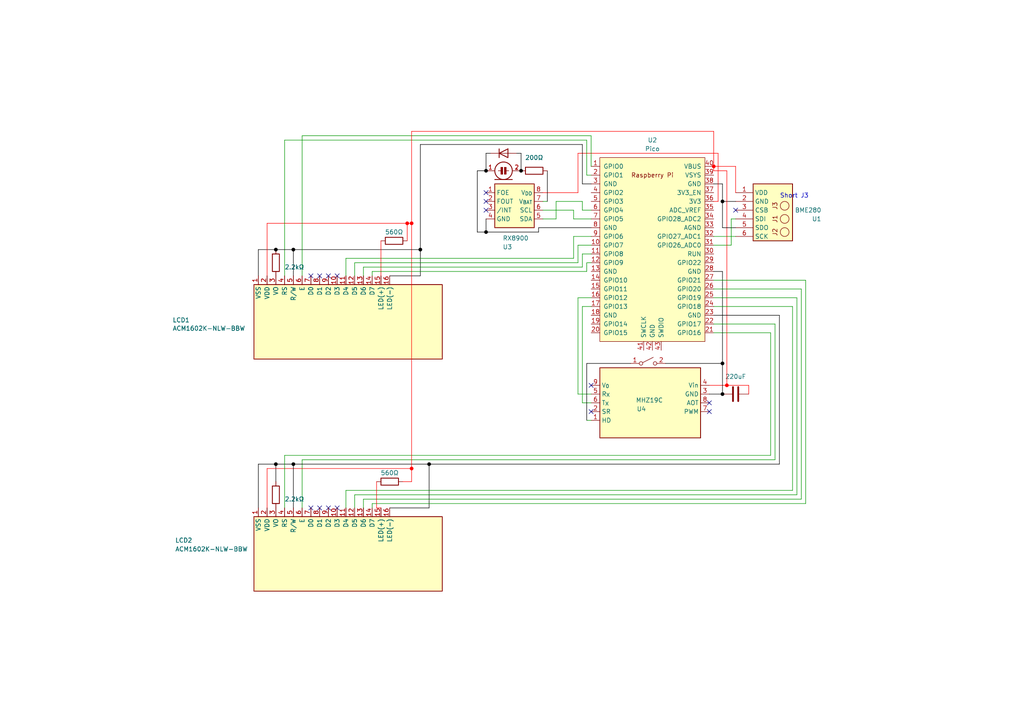
<source format=kicad_sch>
(kicad_sch (version 20231120) (generator "eeschema") (generator_version "8.0")
  (paper "A4")
  (title_block (title "IndoorMultiSensor") (date "2024-09-15") (rev "1.0.0"))
  (lib_symbols
    (symbol "Device:C" (pin_numbers hide) (pin_names (offset 0.254))
      (property "Reference" "C" (at 0.635 2.54 0))
      (property "Value" "C" (at 0.635 -2.54 0))
      (symbol "C_0_1"
        (polyline (pts (xy -2.032 -0.762) (xy 2.032 -0.762)) (stroke (width 0.508)))
        (polyline (pts (xy -2.032 0.762) (xy 2.032 0.762)) (stroke (width 0.508)))
      )
      (symbol "C_1_1"
        (pin passive line (at 0 3.81 270) (length 2.794) (name "~") (number "1"))
        (pin passive line (at 0 -3.81 90) (length 2.794) (name "~") (number "2"))
      )
    )
    (symbol "Device:Microphone_Condenser" (pin_names (offset 0.0254) hide)
      (property "Reference" "MK" (at -3.302 1.27 0))
      (property "Value" "Microphone_Condenser" (at -3.302 -0.635 0))
      (symbol "Microphone_Condenser_0_1"
        (polyline (pts (xy -2.54 2.54) (xy -2.54 -2.54)) (stroke (width 0.254)))
        (polyline (pts (xy 0 -0.762) (xy 0 -1.524)))
        (polyline (pts (xy 0 0.762) (xy 0 1.524)))
        (polyline (pts (xy 0.254 3.81) (xy 0.762 3.81)))
        (polyline (pts (xy 0.508 4.064) (xy 0.508 3.556)))
        (circle (center 0 0) (radius 2.54) (stroke (width 0.254)))
        (rectangle (start 1.016 -0.254) (end -1.016 -0.762) (fill (type outline)))
        (rectangle (start 1.016 0.762) (end -1.016 0.254) (fill (type outline)))
      )
      (symbol "Microphone_Condenser_1_1"
        (pin passive line (at 0 -5.08 90) (length 2.54) (name "-") (number "1"))
        (pin passive line (at 0 5.08 270) (length 2.54) (name "+") (number "2"))
      )
    )
    (symbol "Device:R" (pin_numbers hide) (pin_names (offset 0))
      (property "Reference" "R" (at 2.032 0 90))
      (property "Value" "R" (at 0 0 90))
      (symbol "R_0_1"
        (rectangle (start -1.016 -2.54) (end 1.016 2.54) (stroke (width 0.254)))
      )
      (symbol "R_1_1"
        (pin passive line (at 0 3.81 270) (length 1.27) (name "~") (number "1"))
        (pin passive line (at 0 -3.81 90) (length 1.27) (name "~") (number "2"))
      )
    )
    (symbol "Diode:1N4148WT" (pin_numbers hide) (pin_names hide)
      (property "Reference" "D" (at 0 2.54 0))
      (property "Value" "1N4148WT" (at 0 -2.54 0))
      (symbol "1N4148WT_0_1"
        (polyline (pts (xy -1.27 1.27) (xy -1.27 -1.27)) (stroke (width 0.254)))
        (polyline (pts (xy 1.27 0) (xy -1.27 0)))
        (polyline (pts (xy 1.27 1.27) (xy 1.27 -1.27) (xy -1.27 0) (xy 1.27 1.27)) (stroke (width 0.254)))
      )
      (symbol "1N4148WT_1_1"
        (pin passive line (at -3.81 0 0) (length 2.54) (name "K") (number "1"))
        (pin passive line (at 3.81 0 180) (length 2.54) (name "A") (number "2"))
      )
    )
    (symbol "Display_Character:WC1602A"
      (property "Reference" "16×2行" (at 2.794 -0.762 90))
      (property "Value" "ACM1602K-NLW-BBW" (at 5.334 -0.762 90))
      (symbol "WC1602A_1_1"
        (rectangle (start -7.62 36.83) (end 13.97 -17.78) (stroke (width 0.254)) (fill (type background)))
        (pin power_in line (at -10.16 -16.51 0) (length 2.54) (name "VSS") (number "1"))
        (pin input line (at -10.16 6.35 0) (length 2.54) (name "D3") (number "10"))
        (pin input line (at -10.16 8.89 0) (length 2.54) (name "D4") (number "11"))
        (pin input line (at -10.16 11.43 0) (length 2.54) (name "D5") (number "12"))
        (pin input line (at -10.16 13.97 0) (length 2.54) (name "D6") (number "13"))
        (pin input line (at -10.16 16.51 0) (length 2.54) (name "D7") (number "14"))
        (pin power_in line (at -10.16 19.05 0) (length 2.54) (name "LED(+)") (number "15"))
        (pin power_in line (at -10.16 21.59 0) (length 2.54) (name "LED(-)") (number "16"))
        (pin power_in line (at -10.16 -13.97 0) (length 2.54) (name "VDD") (number "2"))
        (pin input line (at -10.16 -11.43 0) (length 2.54) (name "VO") (number "3"))
        (pin input line (at -10.16 -8.89 0) (length 2.54) (name "RS") (number "4"))
        (pin input line (at -10.16 -6.35 0) (length 2.54) (name "R/W") (number "5"))
        (pin input line (at -10.16 -3.81 0) (length 2.54) (name "E") (number "6"))
        (pin input line (at -10.16 -1.27 0) (length 2.54) (name "D0") (number "7"))
        (pin input line (at -10.16 1.27 0) (length 2.54) (name "D1") (number "8"))
        (pin input line (at -10.16 3.81 0) (length 2.54) (name "D2") (number "9"))
      )
    )
    (symbol "RPi_Pico:Pico" (pin_names (offset 1.016))
      (property "Reference" "U" (at -13.97 27.94 0))
      (property "Value" "Pico" (at 0 19.05 0))
      (symbol "Pico_0_0"
        (text "Raspberry Pi" (at 0 21.59 0) (effects (font (size 1.27 1.27))))
      )
      (symbol "Pico_0_1"
        (rectangle (start -15.24 26.67) (end 15.24 -26.67) (fill (type background)))
      )
      (symbol "Pico_1_1"
        (pin bidirectional line (at -17.78 24.13 0) (length 2.54) (name "GPIO0") (number "1"))
        (pin bidirectional line (at -17.78 1.27 0) (length 2.54) (name "GPIO7") (number "10"))
        (pin bidirectional line (at -17.78 -1.27 0) (length 2.54) (name "GPIO8") (number "11"))
        (pin bidirectional line (at -17.78 -3.81 0) (length 2.54) (name "GPIO9") (number "12"))
        (pin power_in line (at -17.78 -6.35 0) (length 2.54) (name "GND") (number "13"))
        (pin bidirectional line (at -17.78 -8.89 0) (length 2.54) (name "GPIO10") (number "14"))
        (pin bidirectional line (at -17.78 -11.43 0) (length 2.54) (name "GPIO11") (number "15"))
        (pin bidirectional line (at -17.78 -13.97 0) (length 2.54) (name "GPIO12") (number "16"))
        (pin bidirectional line (at -17.78 -16.51 0) (length 2.54) (name "GPIO13") (number "17"))
        (pin power_in line (at -17.78 -19.05 0) (length 2.54) (name "GND") (number "18"))
        (pin bidirectional line (at -17.78 -21.59 0) (length 2.54) (name "GPIO14") (number "19"))
        (pin bidirectional line (at -17.78 21.59 0) (length 2.54) (name "GPIO1") (number "2"))
        (pin bidirectional line (at -17.78 -24.13 0) (length 2.54) (name "GPIO15") (number "20"))
        (pin bidirectional line (at 17.78 -24.13 180) (length 2.54) (name "GPIO16") (number "21"))
        (pin bidirectional line (at 17.78 -21.59 180) (length 2.54) (name "GPIO17") (number "22"))
        (pin power_in line (at 17.78 -19.05 180) (length 2.54) (name "GND") (number "23"))
        (pin bidirectional line (at 17.78 -16.51 180) (length 2.54) (name "GPIO18") (number "24"))
        (pin bidirectional line (at 17.78 -13.97 180) (length 2.54) (name "GPIO19") (number "25"))
        (pin bidirectional line (at 17.78 -11.43 180) (length 2.54) (name "GPIO20") (number "26"))
        (pin bidirectional line (at 17.78 -8.89 180) (length 2.54) (name "GPIO21") (number "27"))
        (pin power_in line (at 17.78 -6.35 180) (length 2.54) (name "GND") (number "28"))
        (pin bidirectional line (at 17.78 -3.81 180) (length 2.54) (name "GPIO22") (number "29"))
        (pin power_in line (at -17.78 19.05 0) (length 2.54) (name "GND") (number "3"))
        (pin input line (at 17.78 -1.27 180) (length 2.54) (name "RUN") (number "30"))
        (pin bidirectional line (at 17.78 1.27 180) (length 2.54) (name "GPIO26_ADC0") (number "31"))
        (pin bidirectional line (at 17.78 3.81 180) (length 2.54) (name "GPIO27_ADC1") (number "32"))
        (pin power_in line (at 17.78 6.35 180) (length 2.54) (name "AGND") (number "33"))
        (pin bidirectional line (at 17.78 8.89 180) (length 2.54) (name "GPIO28_ADC2") (number "34"))
        (pin unspecified line (at 17.78 11.43 180) (length 2.54) (name "ADC_VREF") (number "35"))
        (pin unspecified line (at 17.78 13.97 180) (length 2.54) (name "3V3") (number "36"))
        (pin input line (at 17.78 16.51 180) (length 2.54) (name "3V3_EN") (number "37"))
        (pin bidirectional line (at 17.78 19.05 180) (length 2.54) (name "GND") (number "38"))
        (pin unspecified line (at 17.78 21.59 180) (length 2.54) (name "VSYS") (number "39"))
        (pin bidirectional line (at -17.78 16.51 0) (length 2.54) (name "GPIO2") (number "4"))
        (pin unspecified line (at 17.78 24.13 180) (length 2.54) (name "VBUS") (number "40"))
        (pin input line (at -2.54 -29.21 90) (length 2.54) (name "SWCLK") (number "41"))
        (pin power_in line (at 0 -29.21 90) (length 2.54) (name "GND") (number "42"))
        (pin bidirectional line (at 2.54 -29.21 90) (length 2.54) (name "SWDIO") (number "43"))
        (pin bidirectional line (at -17.78 13.97 0) (length 2.54) (name "GPIO3") (number "5"))
        (pin bidirectional line (at -17.78 11.43 0) (length 2.54) (name "GPIO4") (number "6"))
        (pin bidirectional line (at -17.78 8.89 0) (length 2.54) (name "GPIO5") (number "7"))
        (pin power_in line (at -17.78 6.35 0) (length 2.54) (name "GND") (number "8"))
        (pin bidirectional line (at -17.78 3.81 0) (length 2.54) (name "GPIO6") (number "9"))
      )
    )
    (symbol "RX8901CE_1"
      (property "Reference" "U4" (at 1.778 0.508 90))
      (property "Value" "MHZ19C" (at -0.762 0.254 90))
      (symbol "RX8901CE_1_0_1"
        (rectangle (start -10.16 19.05) (end 10.16 -10.16) (stroke (width 0.254)) (fill (type background)))
      )
      (symbol "RX8901CE_1_1_1"
        (pin input line (at 5.08 -12.7 90) (length 2.54) (name "HD") (number "1"))
        (pin input line (at 2.54 -12.7 90) (length 2.54) (name "SR") (number "2"))
        (pin power_in line (at -2.54 21.59 270) (length 2.54) (name "GND") (number "3"))
        (pin power_in line (at -5.08 21.59 270) (length 2.54) (name "Vin") (number "4"))
        (pin bidirectional line (at -2.54 -12.7 90) (length 2.54) (name "R_{X}") (number "5"))
        (pin input line (at 0 -12.7 90) (length 2.54) (name "T_{X}") (number "6"))
        (pin input line (at 2.54 21.59 270) (length 2.54) (name "PWM") (number "7"))
        (pin input line (at 0 21.59 270) (length 2.54) (name "AOT") (number "8"))
        (pin power_out line (at -5.08 -12.7 90) (length 2.54) (name "V_{0}") (number "9"))
      )
    )
    (symbol "Sensor:BME280"
      (property "Reference" "U1" (at 3.048 10.668 0))
      (property "Value" "BME280" (at 3.048 8.128 0))
      (symbol "BME280_0_1"
        (rectangle (start -8.89 6.35) (end 7.62 -5.08) (stroke (width 0.254)) (fill (type background)))
        (circle (center -2.54 4.064) (radius 1.27))
        (circle (center 1.27 4.064) (radius 1.27))
        (circle (center 5.08 4.064) (radius 1.27))
      )
      (symbol "BME280_1_1"
        (text "J1" (at 1.27 1.27 0) (effects (font (size 1.27 1.27))))
        (text "J2" (at 5.08 1.27 0) (effects (font (size 1.27 1.27))))
        (text "J3" (at -2.54 1.27 0) (effects (font (size 1.27 1.27))))
        (pin power_in line (at -6.35 -10.16 90) (length 5.08) (name "VDD") (number "1"))
        (pin power_in line (at -3.81 -10.16 90) (length 5.08) (name "GND") (number "2"))
        (pin input line (at -1.27 -10.16 90) (length 5.08) (name "CSB") (number "3"))
        (pin bidirectional line (at 1.27 -10.16 90) (length 5.08) (name "SDI") (number "4"))
        (pin bidirectional line (at 3.81 -10.16 90) (length 5.08) (name "SDO") (number "5"))
        (pin input line (at 6.35 -10.16 90) (length 5.08) (name "SCK") (number "6"))
      )
    )
    (symbol "Switch:SW_DPST_x2" (pin_names (offset 0) hide)
      (property "Reference" "SW" (at 0 3.175 0))
      (property "Value" "SW_DPST_x2" (at 0 -2.54 0))
      (symbol "SW_DPST_x2_0_0"
        (circle (center -2.032 0) (radius 0.508))
        (polyline (pts (xy -1.524 0.254) (xy 1.524 1.778)))
        (circle (center 2.032 0) (radius 0.508))
      )
      (symbol "SW_DPST_x2_1_1"
        (pin passive line (at -5.08 0 0) (length 2.54) (name "A") (number "1"))
        (pin passive line (at 5.08 0 180) (length 2.54) (name "B") (number "2"))
      )
      (symbol "SW_DPST_x2_2_1"
        (pin passive line (at -5.08 0 0) (length 2.54) (name "A") (number "3"))
        (pin passive line (at 5.08 0 180) (length 2.54) (name "B") (number "4"))
      )
    )
    (symbol "Timer_RTC:RX8901CE"
      (property "Reference" "U3" (at 11.938 -4.064 90))
      (property "Value" "RX8900" (at 9.398 -4.064 90))
      (symbol "RX8901CE_0_1"
        (rectangle (start -6.35 5.08) (end 6.35 -6.35) (stroke (width 0.254)) (fill (type background)))
      )
      (symbol "RX8901CE_1_1"
        (pin input line (at -3.81 -8.89 90) (length 2.54) (name "FOE") (number "1"))
        (pin output line (at -1.27 -8.89 90) (length 2.54) (name "FOUT") (number "2"))
        (pin output line (at 1.27 -8.89 90) (length 2.54) (name "/INT") (number "3"))
        (pin power_in line (at 3.81 -8.89 90) (length 2.54) (name "GND") (number "4"))
        (pin bidirectional line (at 3.81 7.62 270) (length 2.54) (name "SDA") (number "5"))
        (pin input line (at 1.27 7.62 270) (length 2.54) (name "SCL") (number "6"))
        (pin power_in line (at -1.27 7.62 270) (length 2.54) (name "V_{BAT}") (number "7"))
        (pin power_in line (at -3.81 7.62 270) (length 2.54) (name "V_{DD}") (number "8"))
      )
    )
    (symbol "WC1602A_1"
      (property "Reference" "LCD1" (at 3.81 0 90))
      (property "Value" "ACM1602K-NLW-BBW" (at 6.2231 0 90))
      (symbol "WC1602A_1_1_1"
        (rectangle (start -7.62 36.83) (end 13.97 -17.78) (stroke (width 0.254)) (fill (type background)))
        (pin power_in line (at -10.16 -16.51 0) (length 2.54) (name "VSS") (number "1"))
        (pin input line (at -10.16 6.35 0) (length 2.54) (name "D3") (number "10"))
        (pin input line (at -10.16 8.89 0) (length 2.54) (name "D4") (number "11"))
        (pin input line (at -10.16 11.43 0) (length 2.54) (name "D5") (number "12"))
        (pin input line (at -10.16 13.97 0) (length 2.54) (name "D6") (number "13"))
        (pin input line (at -10.16 16.51 0) (length 2.54) (name "D7") (number "14"))
        (pin power_in line (at -10.16 19.05 0) (length 2.54) (name "LED(+)") (number "15"))
        (pin power_in line (at -10.16 21.59 0) (length 2.54) (name "LED(-)") (number "16"))
        (pin power_in line (at -10.16 -13.97 0) (length 2.54) (name "VDD") (number "2"))
        (pin input line (at -10.16 -11.43 0) (length 2.54) (name "VO") (number "3"))
        (pin input line (at -10.16 -8.89 0) (length 2.54) (name "RS") (number "4"))
        (pin input line (at -10.16 -6.35 0) (length 2.54) (name "R/W") (number "5"))
        (pin input line (at -10.16 -3.81 0) (length 2.54) (name "E") (number "6"))
        (pin input line (at -10.16 -1.27 0) (length 2.54) (name "D0") (number "7"))
        (pin input line (at -10.16 1.27 0) (length 2.54) (name "D1") (number "8"))
        (pin input line (at -10.16 3.81 0) (length 2.54) (name "D2") (number "9"))
      )
    )
  )
  (junction (at 119.38 64.77) (color 255 0 0 1))
  (junction (at 140.97 67.31) (color 0 0 0 1))
  (junction (at 119.38 135.89) (color 255 0 0 1))
  (junction (at 85.09 134.62) (color 0 0 0 1))
  (junction (at 209.55 105.41) (color 0 0 0 1))
  (junction (at 209.55 58.42) (color 0 0 0 1))
  (junction (at 207.01 48.26) (color 255 0 0 1))
  (junction (at 80.01 72.39) (color 0 0 0 1))
  (junction (at 151.13 49.53) (color 0 0 0 1))
  (junction (at 210.82 111.76) (color 255 0 0 1))
  (junction (at 121.92 72.39) (color 0 0 0 1))
  (junction (at 209.55 114.3) (color 0 0 0 1))
  (junction (at 140.97 49.53) (color 0 0 0 1))
  (junction (at 118.11 64.77) (color 255 0 0 1))
  (junction (at 124.46 134.62) (color 0 0 0 1))
  (junction (at 85.09 72.39) (color 0 0 0 1))
  (junction (at 80.01 134.62) (color 0 0 0 1))
  (no_connect (at 97.79 80.01))
  (no_connect (at 213.36 60.96))
  (no_connect (at 205.74 119.38))
  (no_connect (at 140.97 58.42))
  (no_connect (at 95.25 147.32))
  (no_connect (at 97.79 147.32))
  (no_connect (at 140.97 55.88))
  (no_connect (at 92.71 147.32))
  (no_connect (at 92.71 80.01))
  (no_connect (at 95.25 80.01))
  (no_connect (at 205.74 116.84))
  (no_connect (at 171.45 111.76))
  (no_connect (at 171.45 119.38))
  (no_connect (at 140.97 60.96))
  (no_connect (at 90.17 80.01))
  (no_connect (at 90.17 147.32))
  (wire (pts (xy 207.01 38.1) (xy 207.01 48.26)) (stroke (width 0) (color 255 0 0 1)))
  (wire (pts (xy 207.01 86.36) (xy 231.14 86.36)))
  (wire (pts (xy 107.95 146.05) (xy 107.95 147.32)))
  (wire (pts (xy 171.45 114.3) (xy 167.64 114.3)))
  (wire (pts (xy 109.22 147.32) (xy 109.22 139.7)) (stroke (width 0) (color 255 0 0 1)))
  (wire (pts (xy 167.64 71.12) (xy 171.45 71.12)))
  (wire (pts (xy 171.45 86.36) (xy 167.64 86.36)))
  (wire (pts (xy 232.41 144.78) (xy 232.41 83.82)))
  (wire (pts (xy 140.97 67.31) (xy 156.21 67.31)) (stroke (width 0) (color 0 0 0 1)))
  (wire (pts (xy 118.11 64.77) (xy 118.11 69.85)) (stroke (width 0) (color 255 0 0 1)))
  (wire (pts (xy 168.91 58.42) (xy 168.91 60.96)))
  (wire (pts (xy 170.18 50.8) (xy 171.45 50.8)))
  (wire (pts (xy 207.01 81.28) (xy 233.68 81.28)))
  (wire (pts (xy 207.01 58.42) (xy 208.28 58.42)) (stroke (width 0) (color 255 0 0 1)))
  (wire (pts (xy 157.48 63.5) (xy 161.29 63.5)))
  (wire (pts (xy 161.29 58.42) (xy 168.91 58.42)))
  (wire (pts (xy 212.09 63.5) (xy 213.36 63.5)))
  (wire (pts (xy 87.63 39.37) (xy 87.63 80.01)))
  (wire (pts (xy 168.91 73.66) (xy 171.45 73.66)))
  (wire (pts (xy 157.48 60.96) (xy 166.37 60.96)))
  (wire (pts (xy 207.01 93.98) (xy 224.79 93.98)))
  (wire (pts (xy 74.93 72.39) (xy 74.93 80.01)) (stroke (width 0) (color 0 0 0 1)))
  (wire (pts (xy 105.41 147.32) (xy 105.41 144.78)))
  (wire (pts (xy 205.74 111.76) (xy 210.82 111.76)) (stroke (width 0) (color 255 0 0 1)))
  (wire (pts (xy 167.64 86.36) (xy 167.64 114.3)))
  (wire (pts (xy 167.64 44.45) (xy 208.28 44.45)) (stroke (width 0) (color 255 0 0 1)))
  (wire (pts (xy 168.91 77.47) (xy 168.91 73.66)))
  (wire (pts (xy 100.33 80.01) (xy 100.33 74.93)))
  (wire (pts (xy 105.41 77.47) (xy 168.91 77.47)))
  (wire (pts (xy 151.13 44.45) (xy 151.13 49.53)) (stroke (width 0) (color 0 0 0 1)))
  (wire (pts (xy 105.41 80.01) (xy 105.41 77.47)))
  (wire (pts (xy 170.18 121.92) (xy 170.18 105.41)) (stroke (width 0) (color 0 0 0 1)))
  (wire (pts (xy 170.18 78.74) (xy 170.18 76.2)))
  (wire (pts (xy 158.75 58.42) (xy 157.48 58.42)))
  (wire (pts (xy 224.79 133.35) (xy 224.79 93.98)))
  (wire (pts (xy 167.64 55.88) (xy 157.48 55.88)) (stroke (width 0) (color 255 0 0 1)))
  (wire (pts (xy 213.36 55.88) (xy 213.36 48.26)) (stroke (width 0) (color 255 0 0 1)))
  (wire (pts (xy 170.18 40.64) (xy 82.55 40.64)))
  (wire (pts (xy 102.87 76.2) (xy 167.64 76.2)))
  (wire (pts (xy 210.82 111.76) (xy 217.17 111.76)) (stroke (width 0) (color 255 0 0 1)))
  (wire (pts (xy 156.21 67.31) (xy 156.21 66.04)) (stroke (width 0) (color 0 0 0 1)))
  (wire (pts (xy 170.18 105.41) (xy 182.88 105.41)) (stroke (width 0) (color 0 0 0 1)))
  (wire (pts (xy 100.33 142.24) (xy 229.87 142.24)))
  (wire (pts (xy 207.01 68.58) (xy 213.36 68.58)))
  (wire (pts (xy 223.52 132.08) (xy 223.52 96.52)))
  (wire (pts (xy 74.93 72.39) (xy 80.01 72.39)) (stroke (width 0) (color 0 0 0 1)))
  (wire (pts (xy 74.93 134.62) (xy 80.01 134.62)) (stroke (width 0) (color 0 0 0 1)))
  (wire (pts (xy 80.01 134.62) (xy 80.01 139.7)) (stroke (width 0) (color 0 0 0 1)))
  (wire (pts (xy 166.37 74.93) (xy 166.37 68.58)))
  (wire (pts (xy 85.09 134.62) (xy 85.09 147.32)) (stroke (width 0) (color 0 0 0 1)))
  (wire (pts (xy 207.01 71.12) (xy 212.09 71.12)))
  (wire (pts (xy 110.49 69.85) (xy 110.49 80.01)) (stroke (width 0) (color 255 0 0 1)))
  (wire (pts (xy 158.75 49.53) (xy 158.75 58.42)) (stroke (width 0) (color 0 0 0 1)))
  (wire (pts (xy 124.46 147.32) (xy 113.03 147.32)) (stroke (width 0) (color 0 0 0 1)))
  (wire (pts (xy 207.01 48.26) (xy 213.36 48.26)) (stroke (width 0) (color 255 0 0 1)))
  (wire (pts (xy 193.04 105.41) (xy 209.55 105.41)) (stroke (width 0) (color 0 0 0 1)))
  (wire (pts (xy 209.55 105.41) (xy 209.55 114.3)) (stroke (width 0) (color 0 0 0 1)))
  (wire (pts (xy 107.95 78.74) (xy 170.18 78.74)))
  (wire (pts (xy 207.01 83.82) (xy 232.41 83.82)))
  (wire (pts (xy 170.18 121.92) (xy 171.45 121.92)))
  (wire (pts (xy 121.92 80.01) (xy 113.03 80.01)) (stroke (width 0) (color 0 0 0 1)))
  (wire (pts (xy 209.55 58.42) (xy 209.55 66.04)) (stroke (width 0) (color 0 0 0 1)))
  (wire (pts (xy 107.95 146.05) (xy 233.68 146.05)))
  (wire (pts (xy 171.45 116.84) (xy 168.91 116.84)))
  (wire (pts (xy 110.49 147.32) (xy 109.22 147.32)) (stroke (width 0) (color 255 0 0 1)))
  (wire (pts (xy 168.91 53.34) (xy 171.45 53.34)) (stroke (width 0) (color 0 0 0 1)))
  (wire (pts (xy 119.38 38.1) (xy 119.38 64.77)) (stroke (width 0) (color 255 0 0 1)))
  (wire (pts (xy 170.18 76.2) (xy 171.45 76.2)))
  (wire (pts (xy 209.55 58.42) (xy 213.36 58.42)) (stroke (width 0) (color 0 0 0 1)))
  (wire (pts (xy 231.14 143.51) (xy 231.14 86.36)))
  (wire (pts (xy 168.91 116.84) (xy 168.91 88.9)))
  (wire (pts (xy 205.74 114.3) (xy 209.55 114.3)) (stroke (width 0) (color 0 0 0 1)))
  (wire (pts (xy 166.37 68.58) (xy 171.45 68.58)))
  (wire (pts (xy 102.87 143.51) (xy 231.14 143.51)))
  (wire (pts (xy 87.63 133.35) (xy 87.63 147.32)))
  (wire (pts (xy 140.97 49.53) (xy 138.43 49.53)) (stroke (width 0) (color 0 0 0 1)))
  (wire (pts (xy 151.13 44.45) (xy 149.86 44.45)) (stroke (width 0) (color 0 0 0 1)))
  (wire (pts (xy 85.09 72.39) (xy 85.09 80.01)) (stroke (width 0) (color 0 0 0 1)))
  (wire (pts (xy 119.38 64.77) (xy 119.38 135.89)) (stroke (width 0) (color 255 0 0 1)))
  (wire (pts (xy 209.55 66.04) (xy 213.36 66.04)) (stroke (width 0) (color 0 0 0 1)))
  (wire (pts (xy 168.91 41.91) (xy 168.91 53.34)) (stroke (width 0) (color 0 0 0 1)))
  (wire (pts (xy 209.55 78.74) (xy 207.01 78.74)) (stroke (width 0) (color 0 0 0 1)))
  (wire (pts (xy 223.52 96.52) (xy 207.01 96.52)))
  (wire (pts (xy 140.97 63.5) (xy 140.97 67.31)) (stroke (width 0) (color 0 0 0 1)))
  (wire (pts (xy 140.97 44.45) (xy 142.24 44.45)) (stroke (width 0) (color 0 0 0 1)))
  (wire (pts (xy 119.38 38.1) (xy 207.01 38.1)) (stroke (width 0) (color 255 0 0 1)))
  (wire (pts (xy 80.01 72.39) (xy 85.09 72.39)) (stroke (width 0) (color 0 0 0 1)))
  (wire (pts (xy 217.17 111.76) (xy 217.17 114.3)) (stroke (width 0) (color 255 0 0 1)))
  (wire (pts (xy 207.01 49.53) (xy 207.01 48.26)) (stroke (width 0) (color 255 0 0 1)))
  (wire (pts (xy 100.33 74.93) (xy 166.37 74.93)))
  (wire (pts (xy 77.47 64.77) (xy 118.11 64.77)) (stroke (width 0) (color 255 0 0 1)))
  (wire (pts (xy 82.55 132.08) (xy 82.55 147.32)))
  (wire (pts (xy 80.01 134.62) (xy 85.09 134.62)) (stroke (width 0) (color 0 0 0 1)))
  (wire (pts (xy 87.63 133.35) (xy 224.79 133.35)))
  (wire (pts (xy 167.64 76.2) (xy 167.64 71.12)))
  (wire (pts (xy 233.68 146.05) (xy 233.68 81.28)))
  (wire (pts (xy 82.55 132.08) (xy 223.52 132.08)))
  (wire (pts (xy 168.91 88.9) (xy 171.45 88.9)))
  (wire (pts (xy 210.82 49.53) (xy 210.82 111.76)) (stroke (width 0) (color 255 0 0 1)))
  (wire (pts (xy 208.28 44.45) (xy 208.28 58.42)) (stroke (width 0) (color 255 0 0 1)))
  (wire (pts (xy 102.87 80.01) (xy 102.87 76.2)))
  (wire (pts (xy 121.92 41.91) (xy 168.91 41.91)) (stroke (width 0) (color 0 0 0 1)))
  (wire (pts (xy 229.87 88.9) (xy 229.87 142.24)))
  (wire (pts (xy 119.38 139.7) (xy 116.84 139.7)) (stroke (width 0) (color 255 0 0 1)))
  (wire (pts (xy 207.01 53.34) (xy 209.55 53.34)) (stroke (width 0) (color 0 0 0 1)))
  (wire (pts (xy 118.11 64.77) (xy 119.38 64.77)) (stroke (width 0) (color 255 0 0 1)))
  (wire (pts (xy 167.64 55.88) (xy 167.64 44.45)) (stroke (width 0) (color 255 0 0 1)))
  (wire (pts (xy 207.01 91.44) (xy 226.06 91.44)) (stroke (width 0) (color 0 0 0 1)))
  (wire (pts (xy 171.45 39.37) (xy 171.45 48.26)))
  (wire (pts (xy 87.63 39.37) (xy 171.45 39.37)))
  (wire (pts (xy 168.91 60.96) (xy 171.45 60.96)))
  (wire (pts (xy 212.09 63.5) (xy 212.09 71.12)))
  (wire (pts (xy 207.01 49.53) (xy 210.82 49.53)) (stroke (width 0) (color 255 0 0 1)))
  (wire (pts (xy 100.33 147.32) (xy 100.33 142.24)))
  (wire (pts (xy 77.47 135.89) (xy 119.38 135.89)) (stroke (width 0) (color 255 0 0 1)))
  (wire (pts (xy 209.55 53.34) (xy 209.55 58.42)) (stroke (width 0) (color 0 0 0 1)))
  (wire (pts (xy 161.29 63.5) (xy 161.29 58.42)))
  (wire (pts (xy 166.37 63.5) (xy 171.45 63.5)))
  (wire (pts (xy 105.41 144.78) (xy 232.41 144.78)))
  (wire (pts (xy 209.55 78.74) (xy 209.55 105.41)) (stroke (width 0) (color 0 0 0 1)))
  (wire (pts (xy 74.93 147.32) (xy 74.93 134.62)) (stroke (width 0) (color 0 0 0 1)))
  (wire (pts (xy 102.87 147.32) (xy 102.87 143.51)))
  (wire (pts (xy 138.43 67.31) (xy 140.97 67.31)) (stroke (width 0) (color 0 0 0 1)))
  (wire (pts (xy 85.09 134.62) (xy 124.46 134.62)) (stroke (width 0) (color 0 0 0 1)))
  (wire (pts (xy 166.37 60.96) (xy 166.37 63.5)))
  (wire (pts (xy 119.38 135.89) (xy 119.38 139.7)) (stroke (width 0) (color 255 0 0 1)))
  (wire (pts (xy 77.47 64.77) (xy 77.47 80.01)) (stroke (width 0) (color 255 0 0 1)))
  (wire (pts (xy 77.47 135.89) (xy 77.47 147.32)) (stroke (width 0) (color 255 0 0 1)))
  (wire (pts (xy 124.46 134.62) (xy 124.46 147.32)) (stroke (width 0) (color 0 0 0 1)))
  (wire (pts (xy 138.43 49.53) (xy 138.43 67.31)) (stroke (width 0) (color 0 0 0 1)))
  (wire (pts (xy 107.95 78.74) (xy 107.95 80.01)))
  (wire (pts (xy 85.09 72.39) (xy 121.92 72.39)) (stroke (width 0) (color 0 0 0 1)))
  (wire (pts (xy 82.55 40.64) (xy 82.55 80.01)))
  (wire (pts (xy 140.97 44.45) (xy 140.97 49.53)) (stroke (width 0) (color 0 0 0 1)))
  (wire (pts (xy 156.21 66.04) (xy 171.45 66.04)) (stroke (width 0) (color 0 0 0 1)))
  (wire (pts (xy 170.18 40.64) (xy 170.18 50.8)))
  (wire (pts (xy 124.46 134.62) (xy 226.06 134.62)) (stroke (width 0) (color 0 0 0 1)))
  (wire (pts (xy 207.01 88.9) (xy 229.87 88.9)))
  (wire (pts (xy 121.92 72.39) (xy 121.92 80.01)) (stroke (width 0) (color 0 0 0 1)))
  (wire (pts (xy 226.06 91.44) (xy 226.06 134.62)) (stroke (width 0) (color 0 0 0 1)))
  (wire (pts (xy 121.92 41.91) (xy 121.92 72.39)) (stroke (width 0) (color 0 0 0 1)))
  (text "Short J3" (at 230.378 56.896 0) (effects (font (size 1.27 1.27))))
  (symbol (lib_id "Device:R") (at 113.03 139.7 270) (unit 1)
    (property "Reference" "R4" (effects (hide yes)))
    (property "Value" "560Ω" (at 113.03 137.16 90))
    (property "Description" "Resistor" (effects (hide yes)))
  )
  (symbol (lib_name "RX8901CE_1") (lib_id "Timer_RTC:RX8901CE") (at 184.15 116.84 270) (unit 1)
    (property "Reference" "U4" (at 184.658 118.618 90) (effects (justify left)))
    (property "Value" "MHZ19C" (at 184.404 116.078 90) (effects (justify left)))
    (property "Datasheet" "https://akizukidenshi.com/goodsaffix/rx8900.pdf" (effects (hide yes)))
    (property "Description" "https://akizukidenshi.com/catalog/g/g113009/" (effects (hide yes)))
  )
  (symbol (lib_id "Display_Character:WC1602A") (at 91.44 157.48 270) (unit 1)
    (property "Reference" "LCD2" (at 50.8 156.718 90) (effects (justify left)))
    (property "Value" "ACM1602K-NLW-BBW" (at 50.8 159.258 90) (effects (justify left)))
    (property "Footprint" "Display:WC1602A" (effects (hide yes)))
    (property "Datasheet" "https://akizukidenshi.com/catalog/g/g110185/" (effects (hide yes)))
    (property "Description" "LCD 16x2 Alphanumeric , 8 bit parallel bus, 5V VDD" (effects (hide yes)))
  )
  (symbol (lib_id "Switch:SW_DPST_x2") (at 187.96 105.41 0) (unit 1)
    (property "Reference" "SW1" (effects (hide yes)))
    (property "Value" "SW_DPST_x2" (effects (hide yes)))
    (property "Description" "Single Pole Single Throw (SPST) switch, separate symbol" (effects (hide yes)))
  )
  (symbol (lib_id "Diode:1N4148WT") (at 146.05 44.45 0) (unit 1)
    (property "Reference" "D1" (effects (hide yes)))
    (property "Value" "1N4148WT" (effects (hide yes)))
    (property "Footprint" "Diode_SMD:D_SOD-523" (effects (hide yes)))
    (property "Datasheet" "https://www.diodes.com/assets/Datasheets/ds30396.pdf" (effects (hide yes)))
    (property "Description" "75V 0.15A Fast switching Diode, SOD-523" (effects (hide yes)))
    (property "Sim.Device" "D" (effects (hide yes)))
    (property "Sim.Pins" "1=K 2=A" (effects (hide yes)))
  )
  (symbol (lib_id "Device:R") (at 154.94 49.53 90) (unit 1)
    (property "Reference" "R5" (effects (hide yes)))
    (property "Value" "200Ω" (at 154.94 45.72 90))
    (property "Description" "Resistor" (effects (hide yes)))
  )
  (symbol (lib_id "Device:Microphone_Condenser") (at 146.05 49.53 270) (mirror x) (unit 1)
    (property "Reference" "MK1" (effects (hide yes)))
    (property "Value" "Microphone_Condenser" (effects (hide yes)))
    (property "Description" "Condenser microphone" (effects (hide yes)))
  )
  (symbol (lib_id "Sensor:BME280") (at 223.52 62.23 270) (unit 1)
    (property "Reference" "U1" (at 238.252 63.5 90) (effects (justify right)))
    (property "Value" "BME280" (at 238.252 60.96 90) (effects (justify right)))
    (property "Footprint" "Package_LGA:Bosch_LGA-8_2.5x2.5mm_P0.65mm_ClockwisePinNumbering" (effects (hide yes)))
    (property "Datasheet" "https://www.bosch-sensortec.com/media/boschsensortec/downloads/datasheets/bst-bme280-ds002.pdf" (effects (hide yes)))
    (property "Description" "3-in-1 sensor, humidity, pressure, temperature, I2C and SPI interface, 1.71-3.6V, LGA-8" (effects (hide yes)))
  )
  (symbol (lib_id "RPi_Pico:Pico") (at 189.23 72.39 0) (unit 1)
    (property "Reference" "U2" (at 189.23 40.64 0))
    (property "Value" "Pico" (at 189.23 43.18 0))
    (property "Footprint" "RPi_Pico:RPi_Pico_SMD_TH" (effects (hide yes)))
  )
  (symbol (lib_id "Device:C") (at 213.36 114.3 270) (unit 1)
    (property "Reference" "C1" (effects (hide yes)))
    (property "Value" "220uF" (at 213.36 109.22 90))
    (property "Description" "Unpolarized capacitor" (effects (hide yes)))
  )
  (symbol (lib_id "Device:R") (at 80.01 143.51 0) (unit 1)
    (property "Reference" "R3" (effects (hide yes)))
    (property "Value" "2.2kΩ" (at 82.55 144.7799 0) (effects (justify left)))
    (property "Description" "Resistor" (effects (hide yes)))
  )
  (symbol (lib_id "Device:R") (at 80.01 76.2 0) (unit 1)
    (property "Reference" "R2" (effects (hide yes)))
    (property "Value" "2.2kΩ" (at 82.55 77.4699 0) (effects (justify left)))
    (property "Description" "Resistor" (effects (hide yes)))
  )
  (symbol (lib_id "Device:R") (at 114.3 69.85 270) (unit 1)
    (property "Reference" "R1" (effects (hide yes)))
    (property "Value" "560Ω" (at 114.3 67.31 90))
    (property "Description" "Resistor" (effects (hide yes)))
  )
  (symbol (lib_id "Timer_RTC:RX8901CE") (at 149.86 59.69 270) (unit 1)
    (property "Reference" "U3" (at 145.796 71.628 90) (effects (justify left)))
    (property "Value" "RX8900" (at 145.796 69.088 90) (effects (justify left)))
    (property "Datasheet" "https://akizukidenshi.com/goodsaffix/rx8900.pdf" (effects (hide yes)))
    (property "Description" "https://akizukidenshi.com/catalog/g/g113009/" (effects (hide yes)))
  )
  (symbol (lib_name "WC1602A_1") (lib_id "Display_Character:WC1602A") (at 91.44 90.17 270) (unit 1)
    (property "Reference" "LCD1" (at 50.038 92.8369 90) (effects (justify left)))
    (property "Value" "ACM1602K-NLW-BBW" (at 50.038 95.25 90) (effects (justify left)))
    (property "Footprint" "Display:WC1602A" (effects (hide yes)))
    (property "Datasheet" "https://akizukidenshi.com/catalog/g/g110185/" (effects (hide yes)))
    (property "Description" "LCD 16x2 Alphanumeric , 8 bit parallel bus, 5V VDD" (effects (hide yes)))
  )
)
</source>
